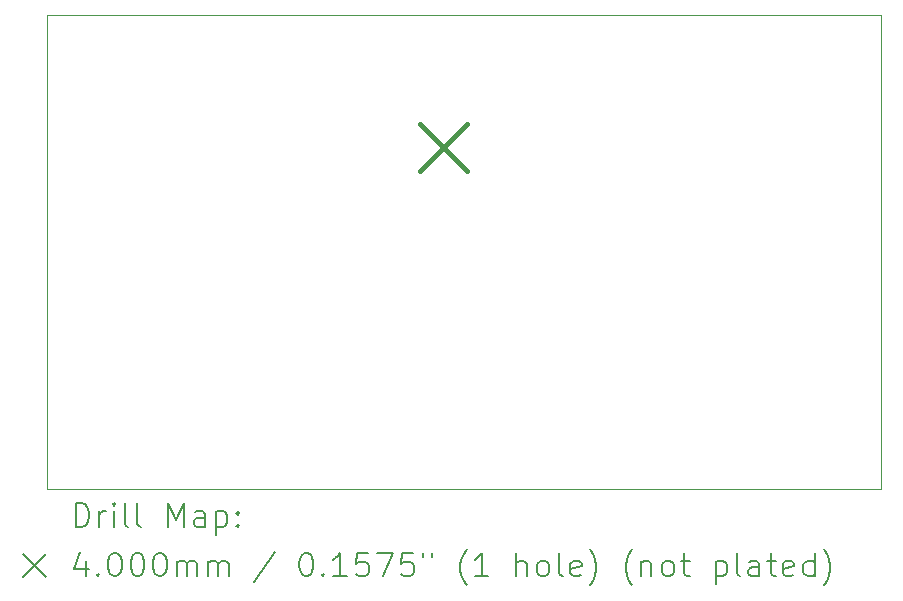
<source format=gbr>
%TF.GenerationSoftware,KiCad,Pcbnew,7.0.1*%
%TF.CreationDate,2023-03-19T11:48:03+01:00*%
%TF.ProjectId,breakout-board-power-measurement,62726561-6b6f-4757-942d-626f6172642d,rev?*%
%TF.SameCoordinates,Original*%
%TF.FileFunction,Drillmap*%
%TF.FilePolarity,Positive*%
%FSLAX45Y45*%
G04 Gerber Fmt 4.5, Leading zero omitted, Abs format (unit mm)*
G04 Created by KiCad (PCBNEW 7.0.1) date 2023-03-19 11:48:03*
%MOMM*%
%LPD*%
G01*
G04 APERTURE LIST*
%ADD10C,0.100000*%
%ADD11C,0.200000*%
%ADD12C,0.400000*%
G04 APERTURE END LIST*
D10*
X11840000Y-11260000D02*
X18900000Y-11260000D01*
X18900000Y-15280000D01*
X11840000Y-15280000D01*
X11840000Y-11260000D01*
D11*
D12*
X14997200Y-12182460D02*
X15397200Y-12582460D01*
X15397200Y-12182460D02*
X14997200Y-12582460D01*
D11*
X12082619Y-15597524D02*
X12082619Y-15397524D01*
X12082619Y-15397524D02*
X12130238Y-15397524D01*
X12130238Y-15397524D02*
X12158809Y-15407048D01*
X12158809Y-15407048D02*
X12177857Y-15426095D01*
X12177857Y-15426095D02*
X12187381Y-15445143D01*
X12187381Y-15445143D02*
X12196905Y-15483238D01*
X12196905Y-15483238D02*
X12196905Y-15511809D01*
X12196905Y-15511809D02*
X12187381Y-15549905D01*
X12187381Y-15549905D02*
X12177857Y-15568952D01*
X12177857Y-15568952D02*
X12158809Y-15588000D01*
X12158809Y-15588000D02*
X12130238Y-15597524D01*
X12130238Y-15597524D02*
X12082619Y-15597524D01*
X12282619Y-15597524D02*
X12282619Y-15464190D01*
X12282619Y-15502286D02*
X12292143Y-15483238D01*
X12292143Y-15483238D02*
X12301667Y-15473714D01*
X12301667Y-15473714D02*
X12320714Y-15464190D01*
X12320714Y-15464190D02*
X12339762Y-15464190D01*
X12406428Y-15597524D02*
X12406428Y-15464190D01*
X12406428Y-15397524D02*
X12396905Y-15407048D01*
X12396905Y-15407048D02*
X12406428Y-15416571D01*
X12406428Y-15416571D02*
X12415952Y-15407048D01*
X12415952Y-15407048D02*
X12406428Y-15397524D01*
X12406428Y-15397524D02*
X12406428Y-15416571D01*
X12530238Y-15597524D02*
X12511190Y-15588000D01*
X12511190Y-15588000D02*
X12501667Y-15568952D01*
X12501667Y-15568952D02*
X12501667Y-15397524D01*
X12635000Y-15597524D02*
X12615952Y-15588000D01*
X12615952Y-15588000D02*
X12606428Y-15568952D01*
X12606428Y-15568952D02*
X12606428Y-15397524D01*
X12863571Y-15597524D02*
X12863571Y-15397524D01*
X12863571Y-15397524D02*
X12930238Y-15540381D01*
X12930238Y-15540381D02*
X12996905Y-15397524D01*
X12996905Y-15397524D02*
X12996905Y-15597524D01*
X13177857Y-15597524D02*
X13177857Y-15492762D01*
X13177857Y-15492762D02*
X13168333Y-15473714D01*
X13168333Y-15473714D02*
X13149286Y-15464190D01*
X13149286Y-15464190D02*
X13111190Y-15464190D01*
X13111190Y-15464190D02*
X13092143Y-15473714D01*
X13177857Y-15588000D02*
X13158809Y-15597524D01*
X13158809Y-15597524D02*
X13111190Y-15597524D01*
X13111190Y-15597524D02*
X13092143Y-15588000D01*
X13092143Y-15588000D02*
X13082619Y-15568952D01*
X13082619Y-15568952D02*
X13082619Y-15549905D01*
X13082619Y-15549905D02*
X13092143Y-15530857D01*
X13092143Y-15530857D02*
X13111190Y-15521333D01*
X13111190Y-15521333D02*
X13158809Y-15521333D01*
X13158809Y-15521333D02*
X13177857Y-15511809D01*
X13273095Y-15464190D02*
X13273095Y-15664190D01*
X13273095Y-15473714D02*
X13292143Y-15464190D01*
X13292143Y-15464190D02*
X13330238Y-15464190D01*
X13330238Y-15464190D02*
X13349286Y-15473714D01*
X13349286Y-15473714D02*
X13358809Y-15483238D01*
X13358809Y-15483238D02*
X13368333Y-15502286D01*
X13368333Y-15502286D02*
X13368333Y-15559428D01*
X13368333Y-15559428D02*
X13358809Y-15578476D01*
X13358809Y-15578476D02*
X13349286Y-15588000D01*
X13349286Y-15588000D02*
X13330238Y-15597524D01*
X13330238Y-15597524D02*
X13292143Y-15597524D01*
X13292143Y-15597524D02*
X13273095Y-15588000D01*
X13454048Y-15578476D02*
X13463571Y-15588000D01*
X13463571Y-15588000D02*
X13454048Y-15597524D01*
X13454048Y-15597524D02*
X13444524Y-15588000D01*
X13444524Y-15588000D02*
X13454048Y-15578476D01*
X13454048Y-15578476D02*
X13454048Y-15597524D01*
X13454048Y-15473714D02*
X13463571Y-15483238D01*
X13463571Y-15483238D02*
X13454048Y-15492762D01*
X13454048Y-15492762D02*
X13444524Y-15483238D01*
X13444524Y-15483238D02*
X13454048Y-15473714D01*
X13454048Y-15473714D02*
X13454048Y-15492762D01*
X11635000Y-15825000D02*
X11835000Y-16025000D01*
X11835000Y-15825000D02*
X11635000Y-16025000D01*
X12168333Y-15884190D02*
X12168333Y-16017524D01*
X12120714Y-15808000D02*
X12073095Y-15950857D01*
X12073095Y-15950857D02*
X12196905Y-15950857D01*
X12273095Y-15998476D02*
X12282619Y-16008000D01*
X12282619Y-16008000D02*
X12273095Y-16017524D01*
X12273095Y-16017524D02*
X12263571Y-16008000D01*
X12263571Y-16008000D02*
X12273095Y-15998476D01*
X12273095Y-15998476D02*
X12273095Y-16017524D01*
X12406428Y-15817524D02*
X12425476Y-15817524D01*
X12425476Y-15817524D02*
X12444524Y-15827048D01*
X12444524Y-15827048D02*
X12454048Y-15836571D01*
X12454048Y-15836571D02*
X12463571Y-15855619D01*
X12463571Y-15855619D02*
X12473095Y-15893714D01*
X12473095Y-15893714D02*
X12473095Y-15941333D01*
X12473095Y-15941333D02*
X12463571Y-15979428D01*
X12463571Y-15979428D02*
X12454048Y-15998476D01*
X12454048Y-15998476D02*
X12444524Y-16008000D01*
X12444524Y-16008000D02*
X12425476Y-16017524D01*
X12425476Y-16017524D02*
X12406428Y-16017524D01*
X12406428Y-16017524D02*
X12387381Y-16008000D01*
X12387381Y-16008000D02*
X12377857Y-15998476D01*
X12377857Y-15998476D02*
X12368333Y-15979428D01*
X12368333Y-15979428D02*
X12358809Y-15941333D01*
X12358809Y-15941333D02*
X12358809Y-15893714D01*
X12358809Y-15893714D02*
X12368333Y-15855619D01*
X12368333Y-15855619D02*
X12377857Y-15836571D01*
X12377857Y-15836571D02*
X12387381Y-15827048D01*
X12387381Y-15827048D02*
X12406428Y-15817524D01*
X12596905Y-15817524D02*
X12615952Y-15817524D01*
X12615952Y-15817524D02*
X12635000Y-15827048D01*
X12635000Y-15827048D02*
X12644524Y-15836571D01*
X12644524Y-15836571D02*
X12654048Y-15855619D01*
X12654048Y-15855619D02*
X12663571Y-15893714D01*
X12663571Y-15893714D02*
X12663571Y-15941333D01*
X12663571Y-15941333D02*
X12654048Y-15979428D01*
X12654048Y-15979428D02*
X12644524Y-15998476D01*
X12644524Y-15998476D02*
X12635000Y-16008000D01*
X12635000Y-16008000D02*
X12615952Y-16017524D01*
X12615952Y-16017524D02*
X12596905Y-16017524D01*
X12596905Y-16017524D02*
X12577857Y-16008000D01*
X12577857Y-16008000D02*
X12568333Y-15998476D01*
X12568333Y-15998476D02*
X12558809Y-15979428D01*
X12558809Y-15979428D02*
X12549286Y-15941333D01*
X12549286Y-15941333D02*
X12549286Y-15893714D01*
X12549286Y-15893714D02*
X12558809Y-15855619D01*
X12558809Y-15855619D02*
X12568333Y-15836571D01*
X12568333Y-15836571D02*
X12577857Y-15827048D01*
X12577857Y-15827048D02*
X12596905Y-15817524D01*
X12787381Y-15817524D02*
X12806429Y-15817524D01*
X12806429Y-15817524D02*
X12825476Y-15827048D01*
X12825476Y-15827048D02*
X12835000Y-15836571D01*
X12835000Y-15836571D02*
X12844524Y-15855619D01*
X12844524Y-15855619D02*
X12854048Y-15893714D01*
X12854048Y-15893714D02*
X12854048Y-15941333D01*
X12854048Y-15941333D02*
X12844524Y-15979428D01*
X12844524Y-15979428D02*
X12835000Y-15998476D01*
X12835000Y-15998476D02*
X12825476Y-16008000D01*
X12825476Y-16008000D02*
X12806429Y-16017524D01*
X12806429Y-16017524D02*
X12787381Y-16017524D01*
X12787381Y-16017524D02*
X12768333Y-16008000D01*
X12768333Y-16008000D02*
X12758809Y-15998476D01*
X12758809Y-15998476D02*
X12749286Y-15979428D01*
X12749286Y-15979428D02*
X12739762Y-15941333D01*
X12739762Y-15941333D02*
X12739762Y-15893714D01*
X12739762Y-15893714D02*
X12749286Y-15855619D01*
X12749286Y-15855619D02*
X12758809Y-15836571D01*
X12758809Y-15836571D02*
X12768333Y-15827048D01*
X12768333Y-15827048D02*
X12787381Y-15817524D01*
X12939762Y-16017524D02*
X12939762Y-15884190D01*
X12939762Y-15903238D02*
X12949286Y-15893714D01*
X12949286Y-15893714D02*
X12968333Y-15884190D01*
X12968333Y-15884190D02*
X12996905Y-15884190D01*
X12996905Y-15884190D02*
X13015952Y-15893714D01*
X13015952Y-15893714D02*
X13025476Y-15912762D01*
X13025476Y-15912762D02*
X13025476Y-16017524D01*
X13025476Y-15912762D02*
X13035000Y-15893714D01*
X13035000Y-15893714D02*
X13054048Y-15884190D01*
X13054048Y-15884190D02*
X13082619Y-15884190D01*
X13082619Y-15884190D02*
X13101667Y-15893714D01*
X13101667Y-15893714D02*
X13111190Y-15912762D01*
X13111190Y-15912762D02*
X13111190Y-16017524D01*
X13206429Y-16017524D02*
X13206429Y-15884190D01*
X13206429Y-15903238D02*
X13215952Y-15893714D01*
X13215952Y-15893714D02*
X13235000Y-15884190D01*
X13235000Y-15884190D02*
X13263571Y-15884190D01*
X13263571Y-15884190D02*
X13282619Y-15893714D01*
X13282619Y-15893714D02*
X13292143Y-15912762D01*
X13292143Y-15912762D02*
X13292143Y-16017524D01*
X13292143Y-15912762D02*
X13301667Y-15893714D01*
X13301667Y-15893714D02*
X13320714Y-15884190D01*
X13320714Y-15884190D02*
X13349286Y-15884190D01*
X13349286Y-15884190D02*
X13368333Y-15893714D01*
X13368333Y-15893714D02*
X13377857Y-15912762D01*
X13377857Y-15912762D02*
X13377857Y-16017524D01*
X13768333Y-15808000D02*
X13596905Y-16065143D01*
X14025476Y-15817524D02*
X14044524Y-15817524D01*
X14044524Y-15817524D02*
X14063572Y-15827048D01*
X14063572Y-15827048D02*
X14073095Y-15836571D01*
X14073095Y-15836571D02*
X14082619Y-15855619D01*
X14082619Y-15855619D02*
X14092143Y-15893714D01*
X14092143Y-15893714D02*
X14092143Y-15941333D01*
X14092143Y-15941333D02*
X14082619Y-15979428D01*
X14082619Y-15979428D02*
X14073095Y-15998476D01*
X14073095Y-15998476D02*
X14063572Y-16008000D01*
X14063572Y-16008000D02*
X14044524Y-16017524D01*
X14044524Y-16017524D02*
X14025476Y-16017524D01*
X14025476Y-16017524D02*
X14006429Y-16008000D01*
X14006429Y-16008000D02*
X13996905Y-15998476D01*
X13996905Y-15998476D02*
X13987381Y-15979428D01*
X13987381Y-15979428D02*
X13977857Y-15941333D01*
X13977857Y-15941333D02*
X13977857Y-15893714D01*
X13977857Y-15893714D02*
X13987381Y-15855619D01*
X13987381Y-15855619D02*
X13996905Y-15836571D01*
X13996905Y-15836571D02*
X14006429Y-15827048D01*
X14006429Y-15827048D02*
X14025476Y-15817524D01*
X14177857Y-15998476D02*
X14187381Y-16008000D01*
X14187381Y-16008000D02*
X14177857Y-16017524D01*
X14177857Y-16017524D02*
X14168333Y-16008000D01*
X14168333Y-16008000D02*
X14177857Y-15998476D01*
X14177857Y-15998476D02*
X14177857Y-16017524D01*
X14377857Y-16017524D02*
X14263572Y-16017524D01*
X14320714Y-16017524D02*
X14320714Y-15817524D01*
X14320714Y-15817524D02*
X14301667Y-15846095D01*
X14301667Y-15846095D02*
X14282619Y-15865143D01*
X14282619Y-15865143D02*
X14263572Y-15874667D01*
X14558810Y-15817524D02*
X14463572Y-15817524D01*
X14463572Y-15817524D02*
X14454048Y-15912762D01*
X14454048Y-15912762D02*
X14463572Y-15903238D01*
X14463572Y-15903238D02*
X14482619Y-15893714D01*
X14482619Y-15893714D02*
X14530238Y-15893714D01*
X14530238Y-15893714D02*
X14549286Y-15903238D01*
X14549286Y-15903238D02*
X14558810Y-15912762D01*
X14558810Y-15912762D02*
X14568333Y-15931809D01*
X14568333Y-15931809D02*
X14568333Y-15979428D01*
X14568333Y-15979428D02*
X14558810Y-15998476D01*
X14558810Y-15998476D02*
X14549286Y-16008000D01*
X14549286Y-16008000D02*
X14530238Y-16017524D01*
X14530238Y-16017524D02*
X14482619Y-16017524D01*
X14482619Y-16017524D02*
X14463572Y-16008000D01*
X14463572Y-16008000D02*
X14454048Y-15998476D01*
X14635000Y-15817524D02*
X14768333Y-15817524D01*
X14768333Y-15817524D02*
X14682619Y-16017524D01*
X14939762Y-15817524D02*
X14844524Y-15817524D01*
X14844524Y-15817524D02*
X14835000Y-15912762D01*
X14835000Y-15912762D02*
X14844524Y-15903238D01*
X14844524Y-15903238D02*
X14863572Y-15893714D01*
X14863572Y-15893714D02*
X14911191Y-15893714D01*
X14911191Y-15893714D02*
X14930238Y-15903238D01*
X14930238Y-15903238D02*
X14939762Y-15912762D01*
X14939762Y-15912762D02*
X14949286Y-15931809D01*
X14949286Y-15931809D02*
X14949286Y-15979428D01*
X14949286Y-15979428D02*
X14939762Y-15998476D01*
X14939762Y-15998476D02*
X14930238Y-16008000D01*
X14930238Y-16008000D02*
X14911191Y-16017524D01*
X14911191Y-16017524D02*
X14863572Y-16017524D01*
X14863572Y-16017524D02*
X14844524Y-16008000D01*
X14844524Y-16008000D02*
X14835000Y-15998476D01*
X15025476Y-15817524D02*
X15025476Y-15855619D01*
X15101667Y-15817524D02*
X15101667Y-15855619D01*
X15396905Y-16093714D02*
X15387381Y-16084190D01*
X15387381Y-16084190D02*
X15368334Y-16055619D01*
X15368334Y-16055619D02*
X15358810Y-16036571D01*
X15358810Y-16036571D02*
X15349286Y-16008000D01*
X15349286Y-16008000D02*
X15339762Y-15960381D01*
X15339762Y-15960381D02*
X15339762Y-15922286D01*
X15339762Y-15922286D02*
X15349286Y-15874667D01*
X15349286Y-15874667D02*
X15358810Y-15846095D01*
X15358810Y-15846095D02*
X15368334Y-15827048D01*
X15368334Y-15827048D02*
X15387381Y-15798476D01*
X15387381Y-15798476D02*
X15396905Y-15788952D01*
X15577857Y-16017524D02*
X15463572Y-16017524D01*
X15520714Y-16017524D02*
X15520714Y-15817524D01*
X15520714Y-15817524D02*
X15501667Y-15846095D01*
X15501667Y-15846095D02*
X15482619Y-15865143D01*
X15482619Y-15865143D02*
X15463572Y-15874667D01*
X15815953Y-16017524D02*
X15815953Y-15817524D01*
X15901667Y-16017524D02*
X15901667Y-15912762D01*
X15901667Y-15912762D02*
X15892143Y-15893714D01*
X15892143Y-15893714D02*
X15873096Y-15884190D01*
X15873096Y-15884190D02*
X15844524Y-15884190D01*
X15844524Y-15884190D02*
X15825476Y-15893714D01*
X15825476Y-15893714D02*
X15815953Y-15903238D01*
X16025476Y-16017524D02*
X16006429Y-16008000D01*
X16006429Y-16008000D02*
X15996905Y-15998476D01*
X15996905Y-15998476D02*
X15987381Y-15979428D01*
X15987381Y-15979428D02*
X15987381Y-15922286D01*
X15987381Y-15922286D02*
X15996905Y-15903238D01*
X15996905Y-15903238D02*
X16006429Y-15893714D01*
X16006429Y-15893714D02*
X16025476Y-15884190D01*
X16025476Y-15884190D02*
X16054048Y-15884190D01*
X16054048Y-15884190D02*
X16073096Y-15893714D01*
X16073096Y-15893714D02*
X16082619Y-15903238D01*
X16082619Y-15903238D02*
X16092143Y-15922286D01*
X16092143Y-15922286D02*
X16092143Y-15979428D01*
X16092143Y-15979428D02*
X16082619Y-15998476D01*
X16082619Y-15998476D02*
X16073096Y-16008000D01*
X16073096Y-16008000D02*
X16054048Y-16017524D01*
X16054048Y-16017524D02*
X16025476Y-16017524D01*
X16206429Y-16017524D02*
X16187381Y-16008000D01*
X16187381Y-16008000D02*
X16177857Y-15988952D01*
X16177857Y-15988952D02*
X16177857Y-15817524D01*
X16358810Y-16008000D02*
X16339762Y-16017524D01*
X16339762Y-16017524D02*
X16301667Y-16017524D01*
X16301667Y-16017524D02*
X16282619Y-16008000D01*
X16282619Y-16008000D02*
X16273096Y-15988952D01*
X16273096Y-15988952D02*
X16273096Y-15912762D01*
X16273096Y-15912762D02*
X16282619Y-15893714D01*
X16282619Y-15893714D02*
X16301667Y-15884190D01*
X16301667Y-15884190D02*
X16339762Y-15884190D01*
X16339762Y-15884190D02*
X16358810Y-15893714D01*
X16358810Y-15893714D02*
X16368334Y-15912762D01*
X16368334Y-15912762D02*
X16368334Y-15931809D01*
X16368334Y-15931809D02*
X16273096Y-15950857D01*
X16435000Y-16093714D02*
X16444524Y-16084190D01*
X16444524Y-16084190D02*
X16463572Y-16055619D01*
X16463572Y-16055619D02*
X16473096Y-16036571D01*
X16473096Y-16036571D02*
X16482619Y-16008000D01*
X16482619Y-16008000D02*
X16492143Y-15960381D01*
X16492143Y-15960381D02*
X16492143Y-15922286D01*
X16492143Y-15922286D02*
X16482619Y-15874667D01*
X16482619Y-15874667D02*
X16473096Y-15846095D01*
X16473096Y-15846095D02*
X16463572Y-15827048D01*
X16463572Y-15827048D02*
X16444524Y-15798476D01*
X16444524Y-15798476D02*
X16435000Y-15788952D01*
X16796905Y-16093714D02*
X16787381Y-16084190D01*
X16787381Y-16084190D02*
X16768334Y-16055619D01*
X16768334Y-16055619D02*
X16758810Y-16036571D01*
X16758810Y-16036571D02*
X16749286Y-16008000D01*
X16749286Y-16008000D02*
X16739762Y-15960381D01*
X16739762Y-15960381D02*
X16739762Y-15922286D01*
X16739762Y-15922286D02*
X16749286Y-15874667D01*
X16749286Y-15874667D02*
X16758810Y-15846095D01*
X16758810Y-15846095D02*
X16768334Y-15827048D01*
X16768334Y-15827048D02*
X16787381Y-15798476D01*
X16787381Y-15798476D02*
X16796905Y-15788952D01*
X16873096Y-15884190D02*
X16873096Y-16017524D01*
X16873096Y-15903238D02*
X16882619Y-15893714D01*
X16882619Y-15893714D02*
X16901667Y-15884190D01*
X16901667Y-15884190D02*
X16930239Y-15884190D01*
X16930239Y-15884190D02*
X16949286Y-15893714D01*
X16949286Y-15893714D02*
X16958810Y-15912762D01*
X16958810Y-15912762D02*
X16958810Y-16017524D01*
X17082619Y-16017524D02*
X17063572Y-16008000D01*
X17063572Y-16008000D02*
X17054048Y-15998476D01*
X17054048Y-15998476D02*
X17044524Y-15979428D01*
X17044524Y-15979428D02*
X17044524Y-15922286D01*
X17044524Y-15922286D02*
X17054048Y-15903238D01*
X17054048Y-15903238D02*
X17063572Y-15893714D01*
X17063572Y-15893714D02*
X17082619Y-15884190D01*
X17082619Y-15884190D02*
X17111191Y-15884190D01*
X17111191Y-15884190D02*
X17130239Y-15893714D01*
X17130239Y-15893714D02*
X17139762Y-15903238D01*
X17139762Y-15903238D02*
X17149286Y-15922286D01*
X17149286Y-15922286D02*
X17149286Y-15979428D01*
X17149286Y-15979428D02*
X17139762Y-15998476D01*
X17139762Y-15998476D02*
X17130239Y-16008000D01*
X17130239Y-16008000D02*
X17111191Y-16017524D01*
X17111191Y-16017524D02*
X17082619Y-16017524D01*
X17206429Y-15884190D02*
X17282619Y-15884190D01*
X17235000Y-15817524D02*
X17235000Y-15988952D01*
X17235000Y-15988952D02*
X17244524Y-16008000D01*
X17244524Y-16008000D02*
X17263572Y-16017524D01*
X17263572Y-16017524D02*
X17282619Y-16017524D01*
X17501667Y-15884190D02*
X17501667Y-16084190D01*
X17501667Y-15893714D02*
X17520715Y-15884190D01*
X17520715Y-15884190D02*
X17558810Y-15884190D01*
X17558810Y-15884190D02*
X17577858Y-15893714D01*
X17577858Y-15893714D02*
X17587381Y-15903238D01*
X17587381Y-15903238D02*
X17596905Y-15922286D01*
X17596905Y-15922286D02*
X17596905Y-15979428D01*
X17596905Y-15979428D02*
X17587381Y-15998476D01*
X17587381Y-15998476D02*
X17577858Y-16008000D01*
X17577858Y-16008000D02*
X17558810Y-16017524D01*
X17558810Y-16017524D02*
X17520715Y-16017524D01*
X17520715Y-16017524D02*
X17501667Y-16008000D01*
X17711191Y-16017524D02*
X17692143Y-16008000D01*
X17692143Y-16008000D02*
X17682620Y-15988952D01*
X17682620Y-15988952D02*
X17682620Y-15817524D01*
X17873096Y-16017524D02*
X17873096Y-15912762D01*
X17873096Y-15912762D02*
X17863572Y-15893714D01*
X17863572Y-15893714D02*
X17844524Y-15884190D01*
X17844524Y-15884190D02*
X17806429Y-15884190D01*
X17806429Y-15884190D02*
X17787381Y-15893714D01*
X17873096Y-16008000D02*
X17854048Y-16017524D01*
X17854048Y-16017524D02*
X17806429Y-16017524D01*
X17806429Y-16017524D02*
X17787381Y-16008000D01*
X17787381Y-16008000D02*
X17777858Y-15988952D01*
X17777858Y-15988952D02*
X17777858Y-15969905D01*
X17777858Y-15969905D02*
X17787381Y-15950857D01*
X17787381Y-15950857D02*
X17806429Y-15941333D01*
X17806429Y-15941333D02*
X17854048Y-15941333D01*
X17854048Y-15941333D02*
X17873096Y-15931809D01*
X17939762Y-15884190D02*
X18015953Y-15884190D01*
X17968334Y-15817524D02*
X17968334Y-15988952D01*
X17968334Y-15988952D02*
X17977858Y-16008000D01*
X17977858Y-16008000D02*
X17996905Y-16017524D01*
X17996905Y-16017524D02*
X18015953Y-16017524D01*
X18158810Y-16008000D02*
X18139762Y-16017524D01*
X18139762Y-16017524D02*
X18101667Y-16017524D01*
X18101667Y-16017524D02*
X18082620Y-16008000D01*
X18082620Y-16008000D02*
X18073096Y-15988952D01*
X18073096Y-15988952D02*
X18073096Y-15912762D01*
X18073096Y-15912762D02*
X18082620Y-15893714D01*
X18082620Y-15893714D02*
X18101667Y-15884190D01*
X18101667Y-15884190D02*
X18139762Y-15884190D01*
X18139762Y-15884190D02*
X18158810Y-15893714D01*
X18158810Y-15893714D02*
X18168334Y-15912762D01*
X18168334Y-15912762D02*
X18168334Y-15931809D01*
X18168334Y-15931809D02*
X18073096Y-15950857D01*
X18339762Y-16017524D02*
X18339762Y-15817524D01*
X18339762Y-16008000D02*
X18320715Y-16017524D01*
X18320715Y-16017524D02*
X18282620Y-16017524D01*
X18282620Y-16017524D02*
X18263572Y-16008000D01*
X18263572Y-16008000D02*
X18254048Y-15998476D01*
X18254048Y-15998476D02*
X18244524Y-15979428D01*
X18244524Y-15979428D02*
X18244524Y-15922286D01*
X18244524Y-15922286D02*
X18254048Y-15903238D01*
X18254048Y-15903238D02*
X18263572Y-15893714D01*
X18263572Y-15893714D02*
X18282620Y-15884190D01*
X18282620Y-15884190D02*
X18320715Y-15884190D01*
X18320715Y-15884190D02*
X18339762Y-15893714D01*
X18415953Y-16093714D02*
X18425477Y-16084190D01*
X18425477Y-16084190D02*
X18444524Y-16055619D01*
X18444524Y-16055619D02*
X18454048Y-16036571D01*
X18454048Y-16036571D02*
X18463572Y-16008000D01*
X18463572Y-16008000D02*
X18473096Y-15960381D01*
X18473096Y-15960381D02*
X18473096Y-15922286D01*
X18473096Y-15922286D02*
X18463572Y-15874667D01*
X18463572Y-15874667D02*
X18454048Y-15846095D01*
X18454048Y-15846095D02*
X18444524Y-15827048D01*
X18444524Y-15827048D02*
X18425477Y-15798476D01*
X18425477Y-15798476D02*
X18415953Y-15788952D01*
M02*

</source>
